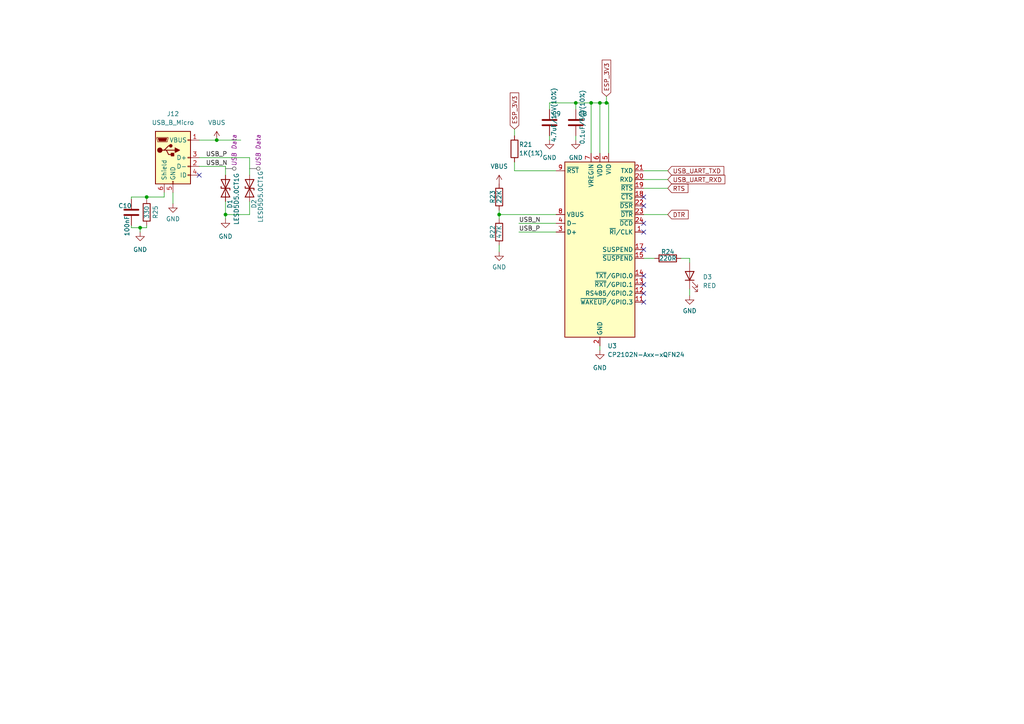
<source format=kicad_sch>
(kicad_sch (version 20230121) (generator eeschema)
  (paper "A4")
  (lib_symbols
    (symbol "Connector:USB_B_Micro" (pin_names (offset 1.016))
      (property "Reference" "J" (at -5.08 11.43 0))
      (property "Value" "USB_B_Micro" (at -5.08 8.89 0))
      (symbol "USB_B_Micro_0_1"
        (rectangle (start -5.08 -7.62) (end 5.08 7.62) (stroke (width 0.254)) (fill (type background)))
        (circle (center -3.81 2.159) (radius 0.635) (stroke (width 0.254)) (fill (type outline)))
        (circle (center -0.635 3.429) (radius 0.381) (stroke (width 0.254)) (fill (type outline)))
        (rectangle (start -0.127 -7.62) (end 0.127 -6.858))
        (polyline (pts (xy -1.905 2.159) (xy 0.635 2.159)) (stroke (width 0.254)))
        (polyline (pts (xy -3.175 2.159) (xy -2.54 2.159) (xy -1.27 3.429) (xy -0.635 3.429)) (stroke (width 0.254)))
        (polyline (pts (xy -2.54 2.159) (xy -1.905 2.159) (xy -1.27 0.889) (xy 0 0.889)) (stroke (width 0.254)))
        (polyline (pts (xy 0.635 2.794) (xy 0.635 1.524) (xy 1.905 2.159) (xy 0.635 2.794)) (stroke (width 0.254)) (fill (type outline)))
        (polyline (pts (xy -4.318 5.588) (xy -1.778 5.588) (xy -2.032 4.826) (xy -4.064 4.826) (xy -4.318 5.588)) (fill (type outline)))
        (polyline (pts (xy -4.699 5.842) (xy -4.699 5.588) (xy -4.445 4.826) (xy -4.445 4.572) (xy -1.651 4.572) (xy -1.651 4.826) (xy -1.397 5.588) (xy -1.397 5.842) (xy -4.699 5.842)))
        (rectangle (start 0.254 1.27) (end -0.508 0.508) (stroke (width 0.254)) (fill (type outline)))
        (rectangle (start 5.08 -5.207) (end 4.318 -4.953))
        (rectangle (start 5.08 -2.667) (end 4.318 -2.413))
        (rectangle (start 5.08 -0.127) (end 4.318 0.127))
        (rectangle (start 5.08 4.953) (end 4.318 5.207))
      )
      (symbol "USB_B_Micro_1_1"
        (pin power_out line (at 7.62 5.08 180) (length 2.54) (name "VBUS") (number "1"))
        (pin bidirectional line (at 7.62 -2.54 180) (length 2.54) (name "D-") (number "2"))
        (pin bidirectional line (at 7.62 0 180) (length 2.54) (name "D+") (number "3"))
        (pin passive line (at 7.62 -5.08 180) (length 2.54) (name "ID") (number "4"))
        (pin power_out line (at 0 -10.16 90) (length 2.54) (name "GND") (number "5"))
        (pin passive line (at -2.54 -10.16 90) (length 2.54) (name "Shield") (number "6"))
      )
    )
    (symbol "Device:C" (pin_numbers hide) (pin_names (offset 0.254))
      (property "Reference" "C" (at 0.635 2.54 0))
      (property "Value" "C" (at 0.635 -2.54 0))
      (symbol "C_0_1"
        (polyline (pts (xy -2.032 -0.762) (xy 2.032 -0.762)) (stroke (width 0.508)))
        (polyline (pts (xy -2.032 0.762) (xy 2.032 0.762)) (stroke (width 0.508)))
      )
      (symbol "C_1_1"
        (pin passive line (at 0 3.81 270) (length 2.794) (name "~") (number "1"))
        (pin passive line (at 0 -3.81 90) (length 2.794) (name "~") (number "2"))
      )
    )
    (symbol "Device:D_TVS" (pin_numbers hide) (pin_names (offset 1.016) hide)
      (property "Reference" "D" (at 0 2.54 0))
      (property "Value" "D_TVS" (at 0 -2.54 0))
      (symbol "D_TVS_0_1"
        (polyline (pts (xy 1.27 0) (xy -1.27 0)))
        (polyline (pts (xy 0.508 1.27) (xy 0 1.27) (xy 0 -1.27) (xy -0.508 -1.27)) (stroke (width 0.254)))
        (polyline (pts (xy -2.54 1.27) (xy -2.54 -1.27) (xy 2.54 1.27) (xy 2.54 -1.27) (xy -2.54 1.27)) (stroke (width 0.254)))
      )
      (symbol "D_TVS_1_1"
        (pin passive line (at -3.81 0 0) (length 2.54) (name "A1") (number "1"))
        (pin passive line (at 3.81 0 180) (length 2.54) (name "A2") (number "2"))
      )
    )
    (symbol "Device:LED" (pin_numbers hide) (pin_names (offset 1.016) hide)
      (property "Reference" "D" (at 0 2.54 0))
      (property "Value" "LED" (at 0 -2.54 0))
      (symbol "LED_0_1"
        (polyline (pts (xy -1.27 -1.27) (xy -1.27 1.27)) (stroke (width 0.254)))
        (polyline (pts (xy -1.27 0) (xy 1.27 0)))
        (polyline (pts (xy 1.27 -1.27) (xy 1.27 1.27) (xy -1.27 0) (xy 1.27 -1.27)) (stroke (width 0.254)))
        (polyline (pts (xy -3.048 -0.762) (xy -4.572 -2.286) (xy -3.81 -2.286) (xy -4.572 -2.286) (xy -4.572 -1.524)))
        (polyline (pts (xy -1.778 -0.762) (xy -3.302 -2.286) (xy -2.54 -2.286) (xy -3.302 -2.286) (xy -3.302 -1.524)))
      )
      (symbol "LED_1_1"
        (pin passive line (at -3.81 0 0) (length 2.54) (name "K") (number "1"))
        (pin passive line (at 3.81 0 180) (length 2.54) (name "A") (number "2"))
      )
    )
    (symbol "Device:R" (pin_numbers hide) (pin_names (offset 0))
      (property "Reference" "R" (at 2.032 0 90))
      (property "Value" "R" (at 0 0 90))
      (symbol "R_0_1"
        (rectangle (start -1.016 -2.54) (end 1.016 2.54) (stroke (width 0.254)))
      )
      (symbol "R_1_1"
        (pin passive line (at 0 3.81 270) (length 1.27) (name "~") (number "1"))
        (pin passive line (at 0 -3.81 90) (length 1.27) (name "~") (number "2"))
      )
    )
    (symbol "Interface_USB:CP2102N-Axx-xQFN24"
      (property "Reference" "U" (at -8.89 26.67 0))
      (property "Value" "CP2102N-Axx-xQFN24" (at 13.97 26.67 0))
      (symbol "CP2102N-Axx-xQFN24_0_1"
        (rectangle (start -10.16 25.4) (end 10.16 -25.4) (stroke (width 0.254)) (fill (type background)))
      )
      (symbol "CP2102N-Axx-xQFN24_1_1"
        (pin bidirectional line (at 12.7 5.08 180) (length 2.54) (name "~{RI}/CLK") (number "1"))
        (pin no_connect line (at -10.16 -22.86 0) (length 2.54) hide (name "NC") (number "10"))
        (pin bidirectional line (at 12.7 -15.24 180) (length 2.54) (name "~{WAKEUP}/GPIO.3") (number "11"))
        (pin bidirectional line (at 12.7 -12.7 180) (length 2.54) (name "RS485/GPIO.2") (number "12"))
        (pin bidirectional line (at 12.7 -10.16 180) (length 2.54) (name "~{RXT}/GPIO.1") (number "13"))
        (pin bidirectional line (at 12.7 -7.62 180) (length 2.54) (name "~{TXT}/GPIO.0") (number "14"))
        (pin output line (at 12.7 -2.54 180) (length 2.54) (name "~{SUSPEND}") (number "15"))
        (pin no_connect line (at 10.16 -22.86 180) (length 2.54) hide (name "NC") (number "16"))
        (pin output line (at 12.7 0 180) (length 2.54) (name "SUSPEND") (number "17"))
        (pin input line (at 12.7 15.24 180) (length 2.54) (name "~{CTS}") (number "18"))
        (pin output line (at 12.7 17.78 180) (length 2.54) (name "~{RTS}") (number "19"))
        (pin power_in line (at 0 -27.94 90) (length 2.54) (name "GND") (number "2"))
        (pin input line (at 12.7 20.32 180) (length 2.54) (name "RXD") (number "20"))
        (pin output line (at 12.7 22.86 180) (length 2.54) (name "TXD") (number "21"))
        (pin input line (at 12.7 12.7 180) (length 2.54) (name "~{DSR}") (number "22"))
        (pin output line (at 12.7 10.16 180) (length 2.54) (name "~{DTR}") (number "23"))
        (pin input line (at 12.7 7.62 180) (length 2.54) (name "~{DCD}") (number "24"))
        (pin passive line (at 0 -27.94 90) (length 2.54) hide (name "GND") (number "25"))
        (pin bidirectional line (at -12.7 5.08 0) (length 2.54) (name "D+") (number "3"))
        (pin bidirectional line (at -12.7 7.62 0) (length 2.54) (name "D-") (number "4"))
        (pin power_in line (at 2.54 27.94 270) (length 2.54) (name "VIO") (number "5"))
        (pin power_in line (at 0 27.94 270) (length 2.54) (name "VDD") (number "6"))
        (pin power_in line (at -2.54 27.94 270) (length 2.54) (name "VREGIN") (number "7"))
        (pin input line (at -12.7 10.16 0) (length 2.54) (name "VBUS") (number "8"))
        (pin input line (at -12.7 22.86 0) (length 2.54) (name "~{RST}") (number "9"))
      )
    )
    (symbol "power:GND" (power) (pin_names (offset 0))
      (property "Value" "GND" (at 0 -3.81 0))
      (symbol "GND_0_1"
        (polyline (pts (xy 0 0) (xy 0 -1.27) (xy 1.27 -1.27) (xy 0 -2.54) (xy -1.27 -1.27) (xy 0 -1.27)))
      )
      (symbol "GND_1_1"
        (pin power_in line (at 0 0 270) (length 0) hide (name "GND") (number "1"))
      )
    )
    (symbol "power:VBUS" (power) (pin_names (offset 0))
      (property "Value" "VBUS" (at 0 3.81 0))
      (symbol "VBUS_0_1"
        (polyline (pts (xy -0.762 1.27) (xy 0 2.54)))
        (polyline (pts (xy 0 0) (xy 0 2.54)))
        (polyline (pts (xy 0 2.54) (xy 0.762 1.27)))
      )
      (symbol "VBUS_1_1"
        (pin power_in line (at 0 0 90) (length 0) hide (name "VBUS") (number "1"))
      )
    )
  )
  (junction (at 65.405 62.23))
  (junction (at 167.005 29.845))
  (junction (at 62.865 40.64))
  (junction (at 171.45 29.845))
  (junction (at 42.545 57.15))
  (junction (at 175.895 29.845))
  (junction (at 173.99 29.845))
  (junction (at 40.64 66.04))
  (junction (at 144.78 62.23))
  (no_connect (at 186.69 80.01))
  (no_connect (at 186.69 85.09))
  (no_connect (at 186.69 67.31))
  (no_connect (at 186.69 72.39))
  (no_connect (at 186.69 87.63))
  (no_connect (at 186.69 82.55))
  (no_connect (at 186.69 59.69))
  (no_connect (at 186.69 57.15))
  (no_connect (at 186.69 64.77))
  (no_connect (at 57.785 50.8))
  (wire (pts (xy 65.405 58.42) (xy 65.405 62.23)))
  (wire (pts (xy 173.99 29.845) (xy 175.895 29.845)))
  (wire (pts (xy 57.785 48.26) (xy 65.405 48.26)))
  (wire (pts (xy 186.69 52.07) (xy 193.675 52.07)))
  (wire (pts (xy 57.785 45.72) (xy 72.39 45.72)))
  (wire (pts (xy 50.165 55.88) (xy 50.165 59.055)))
  (wire (pts (xy 159.385 29.845) (xy 159.385 31.75)))
  (wire (pts (xy 175.895 29.845) (xy 176.53 29.845)))
  (wire (pts (xy 144.78 71.12) (xy 144.78 73.025)))
  (wire (pts (xy 167.005 29.845) (xy 171.45 29.845)))
  (wire (pts (xy 38.1 65.405) (xy 38.1 66.04)))
  (wire (pts (xy 65.405 48.26) (xy 65.405 50.8)))
  (wire (pts (xy 186.69 49.53) (xy 193.675 49.53)))
  (wire (pts (xy 200.025 83.82) (xy 200.025 85.725)))
  (wire (pts (xy 38.1 57.785) (xy 38.1 57.15)))
  (wire (pts (xy 197.485 74.93) (xy 200.025 74.93)))
  (wire (pts (xy 159.385 39.37) (xy 159.385 40.64)))
  (wire (pts (xy 42.545 57.15) (xy 42.545 57.785)))
  (wire (pts (xy 38.1 66.04) (xy 40.64 66.04)))
  (wire (pts (xy 149.225 37.465) (xy 149.225 39.37)))
  (wire (pts (xy 38.1 57.15) (xy 42.545 57.15)))
  (wire (pts (xy 171.45 29.845) (xy 173.99 29.845)))
  (wire (pts (xy 72.39 50.8) (xy 72.39 45.72)))
  (wire (pts (xy 149.225 46.99) (xy 149.225 49.53)))
  (wire (pts (xy 42.545 57.15) (xy 47.625 57.15)))
  (wire (pts (xy 62.865 40.64) (xy 69.85 40.64)))
  (wire (pts (xy 144.78 60.96) (xy 144.78 62.23)))
  (wire (pts (xy 65.405 62.23) (xy 65.405 63.5)))
  (wire (pts (xy 171.45 29.845) (xy 171.45 44.45)))
  (wire (pts (xy 42.545 66.04) (xy 40.64 66.04)))
  (wire (pts (xy 159.385 29.845) (xy 167.005 29.845)))
  (wire (pts (xy 186.69 74.93) (xy 189.865 74.93)))
  (wire (pts (xy 186.69 54.61) (xy 193.675 54.61)))
  (wire (pts (xy 150.495 67.31) (xy 161.29 67.31)))
  (wire (pts (xy 173.99 100.33) (xy 173.99 101.6)))
  (wire (pts (xy 161.29 49.53) (xy 149.225 49.53)))
  (wire (pts (xy 200.025 74.93) (xy 200.025 76.2)))
  (wire (pts (xy 42.545 65.405) (xy 42.545 66.04)))
  (wire (pts (xy 176.53 29.845) (xy 176.53 44.45)))
  (wire (pts (xy 144.78 62.23) (xy 144.78 63.5)))
  (wire (pts (xy 167.005 39.37) (xy 167.005 40.64)))
  (wire (pts (xy 186.69 62.23) (xy 193.675 62.23)))
  (wire (pts (xy 40.64 66.04) (xy 40.64 67.31)))
  (wire (pts (xy 173.99 29.845) (xy 173.99 44.45)))
  (wire (pts (xy 47.625 57.15) (xy 47.625 55.88)))
  (wire (pts (xy 65.405 62.23) (xy 72.39 62.23)))
  (wire (pts (xy 144.78 62.23) (xy 161.29 62.23)))
  (wire (pts (xy 150.495 64.77) (xy 161.29 64.77)))
  (wire (pts (xy 175.895 27.94) (xy 175.895 29.845)))
  (wire (pts (xy 57.785 40.64) (xy 62.865 40.64)))
  (wire (pts (xy 167.005 29.845) (xy 167.005 31.75)))
  (wire (pts (xy 72.39 58.42) (xy 72.39 62.23)))
  (label "USB_N" (at 59.69 48.26 0))
  (label "USB_P" (at 59.69 45.72 0))
  (label "USB_P" (at 150.495 67.31 0))
  (label "USB_N" (at 150.495 64.77 0))
  (global_label "RTS" (shape input) (at 193.675 54.61 0) (property "Intersheetrefs" "${INTERSHEET_REFS}" (effects hide)))
  (global_label "ESP_3V3" (shape input) (at 149.225 37.465 90) (property "Intersheetrefs" "${INTERSHEET_REFS}" (effects hide)))
  (global_label "USB_UART_TXD" (shape input) (at 193.675 49.53 0) (property "Intersheetrefs" "${INTERSHEET_REFS}" (effects hide)))
  (global_label "ESP_3V3" (shape input) (at 175.895 27.94 90) (property "Intersheetrefs" "${INTERSHEET_REFS}" (effects hide)))
  (global_label "USB_UART_RXD" (shape input) (at 193.675 52.07 0) (property "Intersheetrefs" "${INTERSHEET_REFS}" (effects hide)))
  (global_label "DTR" (shape input) (at 193.675 62.23 0) (property "Intersheetrefs" "${INTERSHEET_REFS}" (effects hide)))
  (netclass_flag "" (length 2.54) (shape round) (at 72.39 48.895 270) (property "Netclass" "USB Data" (at 74.93 48.1965 90) (effects (font italic) (justify left))))
  (netclass_flag "" (length 2.54) (shape round) (at 65.405 48.895 270) (property "Netclass" "USB Data" (at 67.945 48.1965 90) (effects (font italic) (justify left))))
  (symbol (lib_id "Device:C") (at 159.385 35.56 0) (unit 1)
    (property "Reference" "C9" (at 160.02 33.02 0) (effects (justify left)))
    (property "Value" "4.7uF/16V(10%)" (at 160.655 41.275 90) (effects (justify left)))
    (property "Footprint" "LED_SMD:LED_0603_1608Metric" (effects hide))
  )
  (symbol (lib_id "Interface_USB:CP2102N-Axx-xQFN24") (at 173.99 72.39 0) (unit 1)
    (property "Reference" "U3" (at 176.1841 100.33 0) (effects (justify left)))
    (property "Value" "CP2102N-Axx-xQFN24" (at 176.1841 102.87 0) (effects (justify left)))
    (property "Footprint" "Package_DFN_QFN:QFN-24-1EP_4x4mm_P0.5mm_EP2.6x2.6mm" (effects hide))
    (property "Datasheet" "https://www.silabs.com/documents/public/data-sheets/cp2102n-datasheet.pdf" (effects hide))
    (property "JLCPCB" "C969151" (effects hide))
    (property "JLCTYPE" "E" (effects hide))
  )
  (symbol (lib_id "Device:LED") (at 200.025 80.01 90) (unit 1)
    (property "Reference" "D3" (at 203.835 80.3275 90) (effects (justify right)))
    (property "Value" "RED" (at 203.835 82.8675 90) (effects (justify right)))
    (property "Footprint" "LED_SMD:LED_0603_1608Metric" (effects hide))
    (property "Datasheet" "https://jlcpcb.com/partdetail/Hubei_KentoElec-KT0603R/C2286" (effects hide))
    (property "JLCPCB" "C2286" (effects hide))
    (property "JLCTYPE" "B" (effects hide))
  )
  (symbol (lib_id "power:GND") (at 144.78 73.025 0) (unit 1)
    (property "Reference" "#PWR049" (effects hide))
    (property "Value" "GND" (at 144.78 77.47 0))
  )
  (symbol (lib_id "power:GND") (at 50.165 59.055 0) (unit 1)
    (property "Reference" "#PWR054" (effects hide))
    (property "Value" "GND" (at 50.165 63.5 0))
  )
  (symbol (lib_id "power:GND") (at 200.025 85.725 0) (unit 1)
    (property "Reference" "#PWR052" (effects hide))
    (property "Value" "GND" (at 200.025 90.17 0))
  )
  (symbol (lib_id "power:GND") (at 159.385 40.64 0) (unit 1)
    (property "Reference" "#PWR046" (effects hide))
    (property "Value" "GND" (at 159.385 45.72 0))
  )
  (symbol (lib_id "Device:C") (at 167.005 35.56 0) (unit 1)
    (property "Reference" "C8" (at 167.64 33.02 0) (effects (justify left)))
    (property "Value" "0.1uF/50V(10%)" (at 168.91 41.91 90) (effects (justify left)))
    (property "Footprint" "Capacitor_SMD:C_0402_1005Metric" (effects hide))
    (property "Datasheet" "https://jlcpcb.com/partdetail/291005-CL05B104KB54PNC/C307331" (effects hide))
    (property "JLCPCB" "C307331" (effects hide))
    (property "JLCTYPE" "B" (effects hide))
  )
  (symbol (lib_id "Device:R") (at 149.225 43.18 0) (unit 1)
    (property "Reference" "R21" (at 150.495 41.91 0) (effects (justify left)))
    (property "Value" "1K(1%)" (at 150.495 44.45 0) (effects (justify left)))
    (property "Footprint" "Resistor_SMD:R_0402_1005Metric" (effects hide))
    (property "Datasheet" "https://jlcpcb.com/partdetail/12256-0402WGF1001TCE/C11702" (effects hide))
    (property "JLCPCB" "C11702" (effects hide))
    (property "JLCTYPE" "B" (effects hide))
  )
  (symbol (lib_id "power:GND") (at 65.405 63.5 0) (unit 1)
    (property "Reference" "#PWR056" (effects hide))
    (property "Value" "GND" (at 65.405 68.58 0))
  )
  (symbol (lib_id "power:GND") (at 40.64 67.31 0) (unit 1)
    (property "Reference" "#PWR055" (effects hide))
    (property "Value" "GND" (at 40.64 72.39 0))
  )
  (symbol (lib_id "Device:R") (at 144.78 57.15 0) (unit 1)
    (property "Reference" "R23" (at 142.875 59.055 90) (effects (justify left)))
    (property "Value" "22K" (at 144.78 59.055 90) (effects (justify left)))
    (property "Footprint" "Resistor_SMD:R_0402_1005Metric" (effects hide))
  )
  (symbol (lib_id "power:GND") (at 167.005 40.64 0) (unit 1)
    (property "Reference" "#PWR047" (effects hide))
    (property "Value" "GND" (at 167.005 45.72 0))
  )
  (symbol (lib_id "power:VBUS") (at 144.78 53.34 0) (unit 1)
    (property "Reference" "#PWR051" (effects hide))
    (property "Value" "VBUS" (at 144.78 48.26 0))
  )
  (symbol (lib_id "Connector:USB_B_Micro") (at 50.165 45.72 0) (unit 1)
    (property "Reference" "J12" (at 50.165 33.02 0))
    (property "Value" "USB_B_Micro" (at 50.165 35.56 0))
    (property "Footprint" "Connector_USB:USB_Mini-B_Tensility_54-00023_Vertical" (effects hide))
  )
  (symbol (lib_id "power:GND") (at 173.99 101.6 0) (unit 1)
    (property "Reference" "#PWR053" (effects hide))
    (property "Value" "GND" (at 173.99 106.68 0))
  )
  (symbol (lib_id "power:VBUS") (at 62.865 40.64 0) (unit 1)
    (property "Reference" "#PWR050" (effects hide))
    (property "Value" "VBUS" (at 62.865 35.56 0))
  )
  (symbol (lib_id "Device:R") (at 193.675 74.93 90) (unit 1)
    (property "Reference" "R24" (at 193.675 73.025 90))
    (property "Value" "220R" (at 193.675 74.93 90))
    (property "Footprint" "Resistor_SMD:R_0402_1005Metric" (effects hide))
  )
  (symbol (lib_id "Device:D_TVS") (at 72.39 54.61 90) (unit 1)
    (property "Reference" "D2" (at 73.66 57.785 0) (effects (justify right)))
    (property "Value" "LESD5D5.0CT1G" (at 75.565 49.53 0) (effects (justify right)))
    (property "Footprint" "Diode_SMD:D_SOD-523" (effects hide))
    (property "Datasheet" "https://jlcpcb.com/partdetail/Lrc-LESD5D50CT1G/C383211" (effects hide))
    (property "JLCPCB" "C383211" (effects hide))
    (property "JLCTYPE" "E" (effects hide))
  )
  (symbol (lib_id "Device:C") (at 38.1 61.595 0) (unit 1)
    (property "Reference" "C10" (at 34.29 59.69 0) (effects (justify left)))
    (property "Value" "100nF" (at 36.83 68.58 90) (effects (justify left)))
    (property "Footprint" "Capacitor_SMD:C_0402_1005Metric" (effects hide))
    (property "Datasheet" "https://jlcpcb.com/partdetail/1877-CL05B104KO5NNNC/C1525" (effects hide))
    (property "JLCPCB" "C1525" (effects hide))
  )
  (symbol (lib_id "Device:D_TVS") (at 65.405 54.61 90) (unit 1)
    (property "Reference" "D1" (at 66.675 57.785 0) (effects (justify right)))
    (property "Value" "LESD5D5.0CT1G" (at 68.58 50.165 0) (effects (justify right)))
    (property "Footprint" "Diode_SMD:D_SOD-523" (effects hide))
    (property "Datasheet" "https://jlcpcb.com/partdetail/Lrc-LESD5D50CT1G/C383211" (effects hide))
    (property "JLCPCB" "C383211" (effects hide))
    (property "JLCTYPE" "E" (effects hide))
  )
  (symbol (lib_id "Device:R") (at 144.78 67.31 0) (unit 1)
    (property "Reference" "R22" (at 142.875 69.215 90) (effects (justify left)))
    (property "Value" "47K" (at 144.78 69.215 90) (effects (justify left)))
    (property "Footprint" "Resistor_SMD:R_0402_1005Metric" (effects hide))
  )
  (symbol (lib_id "Device:R") (at 42.545 61.595 0) (unit 1)
    (property "Reference" "R25" (at 45.085 63.5 90) (effects (justify left)))
    (property "Value" "330" (at 42.545 63.5 90) (effects (justify left)))
    (property "Footprint" "Resistor_SMD:R_0402_1005Metric" (effects hide))
    (property "Datasheet" "https://jlcpcb.com/partdetail/25847-0402WGF3300TCE/C25104" (effects hide))
    (property "JLCPCB" "C25104" (effects hide))
  )
)
</source>
